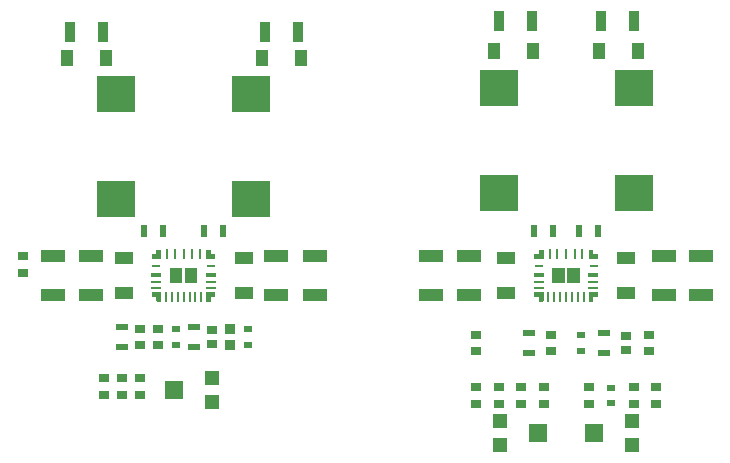
<source format=gbr>
%TF.GenerationSoftware,Altium Limited,Altium Designer,24.1.2 (44)*%
G04 Layer_Color=8421504*
%FSLAX45Y45*%
%MOMM*%
%TF.SameCoordinates,52D7BD39-7FF0-4AB0-A2C0-E3239692A872*%
%TF.FilePolarity,Positive*%
%TF.FileFunction,Paste,Top*%
%TF.Part,Single*%
G01*
G75*
%TA.AperFunction,SMDPad,CuDef*%
%ADD10R,0.96520X0.66040*%
%ADD11R,1.20000X1.20000*%
%ADD12R,1.50000X1.60000*%
G04:AMPARAMS|DCode=13|XSize=0.8mm|YSize=0.25mm|CornerRadius=0.05mm|HoleSize=0mm|Usage=FLASHONLY|Rotation=270.000|XOffset=0mm|YOffset=0mm|HoleType=Round|Shape=RoundedRectangle|*
%AMROUNDEDRECTD13*
21,1,0.80000,0.15000,0,0,270.0*
21,1,0.70000,0.25000,0,0,270.0*
1,1,0.10000,-0.07500,-0.35000*
1,1,0.10000,-0.07500,0.35000*
1,1,0.10000,0.07500,0.35000*
1,1,0.10000,0.07500,-0.35000*
%
%ADD13ROUNDEDRECTD13*%
%ADD14R,1.10000X1.35000*%
%ADD15R,0.95000X1.70000*%
%ADD16R,1.00620X0.55620*%
%ADD17R,3.25100X3.12400*%
%ADD18R,1.60000X1.00000*%
%ADD19R,0.95000X0.85000*%
%ADD20R,0.80000X0.60000*%
G04:AMPARAMS|DCode=22|XSize=0.4mm|YSize=0.8mm|CornerRadius=0.05mm|HoleSize=0mm|Usage=FLASHONLY|Rotation=270.000|XOffset=0mm|YOffset=0mm|HoleType=Round|Shape=RoundedRectangle|*
%AMROUNDEDRECTD22*
21,1,0.40000,0.70000,0,0,270.0*
21,1,0.30000,0.80000,0,0,270.0*
1,1,0.10000,-0.35000,-0.15000*
1,1,0.10000,-0.35000,0.15000*
1,1,0.10000,0.35000,0.15000*
1,1,0.10000,0.35000,-0.15000*
%
%ADD22ROUNDEDRECTD22*%
G04:AMPARAMS|DCode=23|XSize=0.25mm|YSize=0.8mm|CornerRadius=0.05mm|HoleSize=0mm|Usage=FLASHONLY|Rotation=270.000|XOffset=0mm|YOffset=0mm|HoleType=Round|Shape=RoundedRectangle|*
%AMROUNDEDRECTD23*
21,1,0.25000,0.70000,0,0,270.0*
21,1,0.15000,0.80000,0,0,270.0*
1,1,0.10000,-0.35000,-0.07500*
1,1,0.10000,-0.35000,0.07500*
1,1,0.10000,0.35000,0.07500*
1,1,0.10000,0.35000,-0.07500*
%
%ADD23ROUNDEDRECTD23*%
%ADD24R,2.05000X1.10000*%
%ADD25R,0.85000X0.70000*%
%ADD26C,0.45000*%
G04:AMPARAMS|DCode=27|XSize=0.25mm|YSize=0.75mm|CornerRadius=0.05mm|HoleSize=0mm|Usage=FLASHONLY|Rotation=270.000|XOffset=0mm|YOffset=0mm|HoleType=Round|Shape=RoundedRectangle|*
%AMROUNDEDRECTD27*
21,1,0.25000,0.65000,0,0,270.0*
21,1,0.15000,0.75000,0,0,270.0*
1,1,0.10000,-0.32500,-0.07500*
1,1,0.10000,-0.32500,0.07500*
1,1,0.10000,0.32500,0.07500*
1,1,0.10000,0.32500,-0.07500*
%
%ADD27ROUNDEDRECTD27*%
%ADD28R,0.55620X1.00620*%
G36*
X14639500Y7649500D02*
X14640494D01*
X14642332Y7648739D01*
X14643739Y7647332D01*
X14644501Y7645494D01*
Y7644500D01*
X14644501Y7644500D01*
Y7619500D01*
X14644691Y7617549D01*
X14646185Y7613944D01*
X14648944Y7611185D01*
X14652550Y7609692D01*
X14654500Y7609500D01*
X14679500Y7609500D01*
X14680495D01*
X14682332Y7608738D01*
X14683739Y7607332D01*
X14684500Y7605494D01*
Y7604500D01*
X14684500D01*
X14684500Y7574500D01*
Y7573505D01*
X14683739Y7571668D01*
X14682332Y7570261D01*
X14680495Y7569500D01*
X14679500D01*
X14609500Y7569500D01*
X14608505Y7569500D01*
X14606667Y7570261D01*
X14605261Y7571667D01*
X14604500Y7573505D01*
X14604500Y7574500D01*
X14604500Y7574500D01*
X14604500Y7644500D01*
X14604500Y7645494D01*
X14605261Y7647332D01*
X14606668Y7648739D01*
X14608505Y7649500D01*
X14609500Y7649500D01*
X14609500Y7649500D01*
X14639500Y7649500D01*
D02*
G37*
G36*
X11401000D02*
X11401994D01*
X11403832Y7648739D01*
X11405239Y7647332D01*
X11406000Y7645494D01*
Y7644500D01*
X11406000Y7644500D01*
Y7619500D01*
X11406192Y7617549D01*
X11407685Y7613944D01*
X11410444Y7611185D01*
X11414049Y7609692D01*
X11416000Y7609500D01*
X11441000Y7609500D01*
X11441994D01*
X11443832Y7608738D01*
X11445238Y7607332D01*
X11446000Y7605494D01*
Y7604500D01*
X11446000D01*
X11446000Y7574500D01*
Y7573505D01*
X11445239Y7571668D01*
X11443832Y7570261D01*
X11441995Y7569500D01*
X11441000D01*
X11371000Y7569500D01*
X11370005Y7569500D01*
X11368167Y7570261D01*
X11366761Y7571667D01*
X11366000Y7573505D01*
X11366000Y7574500D01*
X11366000Y7574500D01*
X11366000Y7644500D01*
X11366000Y7645494D01*
X11366761Y7647332D01*
X11368168Y7648739D01*
X11370005Y7649500D01*
X11371000Y7649500D01*
X11371000Y7649500D01*
X11401000Y7649500D01*
D02*
G37*
G36*
X14189500Y7649500D02*
X14219501D01*
Y7649500D01*
X14220494Y7649500D01*
X14222331Y7648739D01*
X14223740Y7647332D01*
X14224500Y7645494D01*
X14224500Y7644500D01*
X14224500Y7574500D01*
X14224500Y7574500D01*
X14224500Y7573505D01*
X14223740Y7571667D01*
X14222331Y7570261D01*
X14220496Y7569500D01*
X14219501Y7569500D01*
X14149500Y7569500D01*
X14148505D01*
X14146667Y7570261D01*
X14145261Y7571668D01*
X14144501Y7573505D01*
Y7574500D01*
Y7604500D01*
Y7605494D01*
X14145261Y7607332D01*
X14146667Y7608739D01*
X14148505Y7609500D01*
X14149500D01*
X14174500Y7609500D01*
X14174500D01*
X14176451Y7609692D01*
X14180057Y7611185D01*
X14182816Y7613944D01*
X14184308Y7617549D01*
X14184500Y7619500D01*
X14184500Y7644500D01*
X14184500Y7645494D01*
X14185262Y7647332D01*
X14186668Y7648739D01*
X14188506Y7649500D01*
X14189500Y7649500D01*
D02*
G37*
G36*
X10951000D02*
X10981000D01*
Y7649500D01*
X10981994Y7649500D01*
X10983832Y7648739D01*
X10985239Y7647332D01*
X10986000Y7645494D01*
X10986000Y7644500D01*
X10986000Y7574500D01*
X10986000Y7574500D01*
X10986000Y7573505D01*
X10985239Y7571667D01*
X10983832Y7570261D01*
X10981995Y7569500D01*
X10981000Y7569500D01*
X10911000Y7569500D01*
X10910005D01*
X10908168Y7570261D01*
X10906761Y7571668D01*
X10906000Y7573505D01*
Y7574500D01*
Y7604500D01*
Y7605494D01*
X10906761Y7607332D01*
X10908168Y7608739D01*
X10910005Y7609500D01*
X10911000D01*
X10936000Y7609500D01*
X10936000D01*
X10937951Y7609692D01*
X10941556Y7611185D01*
X10944315Y7613944D01*
X10945808Y7617549D01*
X10946000Y7619500D01*
X10946000Y7644500D01*
X10946000Y7645494D01*
X10946761Y7647332D01*
X10948168Y7648739D01*
X10950005Y7649500D01*
X10951000Y7649500D01*
D02*
G37*
G36*
X14525500Y7494500D02*
X14526494D01*
X14528333Y7493739D01*
X14529739Y7492332D01*
X14530499Y7490494D01*
Y7489500D01*
Y7369500D01*
Y7368505D01*
X14529739Y7366668D01*
X14528333Y7365261D01*
X14526494Y7364500D01*
X14525500D01*
Y7364500D01*
X14429500Y7364500D01*
X14428505D01*
X14426668Y7365261D01*
X14425261Y7366668D01*
X14424500Y7368505D01*
Y7369500D01*
Y7489500D01*
Y7490494D01*
X14425261Y7492332D01*
X14426668Y7493739D01*
X14428505Y7494500D01*
X14429500D01*
Y7494500D01*
X14525500Y7494500D01*
D02*
G37*
G36*
X14399500D02*
X14400494D01*
X14402332Y7493739D01*
X14403738Y7492332D01*
X14404500Y7490494D01*
Y7489500D01*
Y7369500D01*
Y7368505D01*
X14403738Y7366668D01*
X14402332Y7365261D01*
X14400494Y7364500D01*
X14399500D01*
Y7364500D01*
X14303500Y7364500D01*
X14302505D01*
X14300668Y7365261D01*
X14299261Y7366668D01*
X14298500Y7368505D01*
Y7369500D01*
Y7489500D01*
Y7490494D01*
X14299261Y7492332D01*
X14300668Y7493739D01*
X14302505Y7494500D01*
X14303500D01*
Y7494500D01*
X14399500Y7494500D01*
D02*
G37*
G36*
X11287000D02*
X11287994D01*
X11289832Y7493739D01*
X11291239Y7492332D01*
X11292000Y7490494D01*
Y7489500D01*
Y7369500D01*
Y7368505D01*
X11291239Y7366668D01*
X11289832Y7365261D01*
X11287994Y7364500D01*
X11287000D01*
Y7364500D01*
X11191000Y7364500D01*
X11190005D01*
X11188168Y7365261D01*
X11186761Y7366668D01*
X11186000Y7368505D01*
Y7369500D01*
Y7489500D01*
Y7490494D01*
X11186761Y7492332D01*
X11188168Y7493739D01*
X11190005Y7494500D01*
X11191000D01*
Y7494500D01*
X11287000Y7494500D01*
D02*
G37*
G36*
X11161000D02*
X11161994D01*
X11163832Y7493739D01*
X11165239Y7492332D01*
X11166000Y7490494D01*
Y7489500D01*
Y7369500D01*
Y7368505D01*
X11165239Y7366668D01*
X11163832Y7365261D01*
X11161994Y7364500D01*
X11161000D01*
Y7364500D01*
X11065000Y7364500D01*
X11064005D01*
X11062168Y7365261D01*
X11060761Y7366668D01*
X11060000Y7368505D01*
Y7369500D01*
Y7489500D01*
Y7490494D01*
X11060761Y7492332D01*
X11062168Y7493739D01*
X11064005Y7494500D01*
X11065000D01*
Y7494500D01*
X11161000Y7494500D01*
D02*
G37*
G36*
X14679500Y7289500D02*
X14680495D01*
X14682332Y7288739D01*
X14683739Y7287332D01*
X14684500Y7285494D01*
Y7284500D01*
X14684500Y7254500D01*
X14684500Y7254500D01*
Y7253505D01*
X14683739Y7251668D01*
X14682332Y7250261D01*
X14680495Y7249500D01*
X14654500D01*
X14654500Y7249500D01*
X14652550Y7249308D01*
X14648944Y7247815D01*
X14646185Y7245056D01*
X14644691Y7241451D01*
X14644501Y7239500D01*
X14644501Y7214500D01*
X14644501D01*
X14644501Y7213505D01*
X14643739Y7211667D01*
X14642332Y7210261D01*
X14640494Y7209500D01*
X14639500Y7209500D01*
X14609500Y7209500D01*
X14609500D01*
X14608505Y7209500D01*
X14606668Y7210261D01*
X14605261Y7211668D01*
X14604500Y7213505D01*
X14604500Y7214500D01*
X14604500Y7284500D01*
X14604500Y7284500D01*
X14604500Y7285494D01*
X14605261Y7287332D01*
X14606667Y7288739D01*
X14608505Y7289500D01*
X14609500Y7289500D01*
X14679500Y7289500D01*
Y7289500D01*
D02*
G37*
G36*
X11441000D02*
X11441995D01*
X11443832Y7288739D01*
X11445239Y7287332D01*
X11446000Y7285494D01*
Y7284500D01*
X11446000Y7254500D01*
X11446000Y7254500D01*
Y7253505D01*
X11445238Y7251668D01*
X11443832Y7250261D01*
X11441994Y7249500D01*
X11416000D01*
X11416000Y7249500D01*
X11414049Y7249308D01*
X11410444Y7247815D01*
X11407685Y7245056D01*
X11406192Y7241451D01*
X11406000Y7239500D01*
X11406000Y7214500D01*
X11406000D01*
X11406000Y7213505D01*
X11405239Y7211667D01*
X11403832Y7210261D01*
X11401994Y7209500D01*
X11401000Y7209500D01*
X11371000Y7209500D01*
X11371000D01*
X11370005Y7209500D01*
X11368168Y7210261D01*
X11366761Y7211668D01*
X11366000Y7213505D01*
X11366000Y7214500D01*
X11366000Y7284500D01*
X11366000Y7284500D01*
X11366000Y7285494D01*
X11366761Y7287332D01*
X11368167Y7288739D01*
X11370005Y7289500D01*
X11371000Y7289500D01*
X11441000Y7289500D01*
Y7289500D01*
D02*
G37*
G36*
X14219501Y7289500D02*
X14220496Y7289500D01*
X14222331Y7288739D01*
X14223740Y7287332D01*
X14224500Y7285494D01*
X14224500Y7284500D01*
X14224500Y7284500D01*
X14224500Y7214500D01*
X14224500Y7213505D01*
X14223740Y7211668D01*
X14222331Y7210261D01*
X14220494Y7209500D01*
X14219501Y7209500D01*
X14189500Y7209500D01*
X14188506Y7209500D01*
X14186668Y7210261D01*
X14185262Y7211667D01*
X14184500Y7213505D01*
X14184500Y7214500D01*
Y7214500D01*
X14184500Y7239500D01*
X14184308Y7241451D01*
X14182816Y7245056D01*
X14180057Y7247815D01*
X14176451Y7249308D01*
X14174500Y7249500D01*
Y7249500D01*
X14148505D01*
X14146667Y7250261D01*
X14145261Y7251668D01*
X14144501Y7253505D01*
Y7254500D01*
Y7254500D01*
Y7284500D01*
Y7285494D01*
X14145261Y7287332D01*
X14146667Y7288739D01*
X14148505Y7289500D01*
X14149500D01*
X14149500Y7289500D01*
X14219501Y7289500D01*
D02*
G37*
G36*
X10981000D02*
X10981995Y7289500D01*
X10983832Y7288739D01*
X10985239Y7287332D01*
X10986000Y7285494D01*
X10986000Y7284500D01*
X10986000Y7284500D01*
X10986000Y7214500D01*
X10986000Y7213505D01*
X10985239Y7211668D01*
X10983832Y7210261D01*
X10981994Y7209500D01*
X10981000Y7209500D01*
X10951000Y7209500D01*
X10950005Y7209500D01*
X10948168Y7210261D01*
X10946761Y7211667D01*
X10946000Y7213505D01*
X10946000Y7214500D01*
Y7214500D01*
X10946000Y7239500D01*
X10945808Y7241451D01*
X10944315Y7245056D01*
X10941556Y7247815D01*
X10937951Y7249308D01*
X10936000Y7249500D01*
Y7249500D01*
X10910005D01*
X10908168Y7250261D01*
X10906761Y7251668D01*
X10906000Y7253505D01*
Y7254500D01*
Y7254500D01*
Y7284500D01*
Y7285494D01*
X10906761Y7287332D01*
X10908168Y7288739D01*
X10910005Y7289500D01*
X10911000D01*
X10911000Y7289500D01*
X10981000Y7289500D01*
D02*
G37*
D10*
X14033501Y6343650D02*
D03*
Y6483350D02*
D03*
X14224001D02*
D03*
Y6343650D02*
D03*
X13842999Y6483350D02*
D03*
Y6343650D02*
D03*
X13652499D02*
D03*
Y6483350D02*
D03*
X14287500Y6927850D02*
D03*
X14605000Y6343650D02*
D03*
X10960100Y6838950D02*
D03*
X10807700Y6419850D02*
D03*
X14287500Y6788150D02*
D03*
X15113000Y6927850D02*
D03*
Y6788150D02*
D03*
X13652499Y6927850D02*
D03*
Y6788150D02*
D03*
X15176500Y6343650D02*
D03*
Y6483350D02*
D03*
X14986000D02*
D03*
Y6343650D02*
D03*
X14605000Y6483350D02*
D03*
X10960100Y6978650D02*
D03*
X9817100Y7454800D02*
D03*
Y7594500D02*
D03*
X10807700Y6838950D02*
D03*
Y6978650D02*
D03*
Y6559550D02*
D03*
X10655300Y6419850D02*
D03*
Y6559550D02*
D03*
X10502900Y6419850D02*
D03*
Y6559550D02*
D03*
D11*
X13853500Y6196000D02*
D03*
Y5996000D02*
D03*
X11417300Y6559550D02*
D03*
X14975500Y6196000D02*
D03*
Y5996000D02*
D03*
X11417300Y6359550D02*
D03*
D12*
X14178500Y6096000D02*
D03*
X14650500D02*
D03*
X11092300Y6459550D02*
D03*
D13*
X14364500Y7249500D02*
D03*
X14314500D02*
D03*
X14264500D02*
D03*
X11176000D02*
D03*
Y7609500D02*
D03*
X14414500D02*
D03*
Y7249500D02*
D03*
X14552000Y7609500D02*
D03*
X14489500D02*
D03*
X14339500D02*
D03*
X14277000D02*
D03*
X14464500Y7249500D02*
D03*
X14514500D02*
D03*
X14564500D02*
D03*
X11326000D02*
D03*
X11276000D02*
D03*
X11226000D02*
D03*
X11126000D02*
D03*
X11076000D02*
D03*
X11026000D02*
D03*
X11038500Y7609500D02*
D03*
X11101000D02*
D03*
X11251000D02*
D03*
X11313500D02*
D03*
D14*
X13805000Y9334500D02*
D03*
X10185500Y9271000D02*
D03*
X12166500D02*
D03*
X14135001Y9334500D02*
D03*
X14694000D02*
D03*
X15024001D02*
D03*
X10515500Y9271000D02*
D03*
X11836500D02*
D03*
D15*
X13842999Y9588500D02*
D03*
X10210500Y9491225D02*
D03*
X12141500Y9491226D02*
D03*
X14123000Y9588500D02*
D03*
X14706000D02*
D03*
X14986000D02*
D03*
X10490500Y9491225D02*
D03*
X11861500Y9491226D02*
D03*
D16*
X14097000Y6940500D02*
D03*
X10655300Y6826300D02*
D03*
X11264900D02*
D03*
X14097000Y6775500D02*
D03*
X14732001D02*
D03*
Y6940500D02*
D03*
X10655300Y6991300D02*
D03*
X11264900D02*
D03*
D17*
X13842999Y9019550D02*
D03*
Y8125450D02*
D03*
X14986000Y9019550D02*
D03*
Y8125450D02*
D03*
X10604500Y8073671D02*
D03*
Y8967771D02*
D03*
X11747500Y8073671D02*
D03*
Y8967771D02*
D03*
D18*
X11684000Y7279500D02*
D03*
X10668000D02*
D03*
X14922501D02*
D03*
X13906500D02*
D03*
Y7579500D02*
D03*
X14922501D02*
D03*
X11684000D02*
D03*
X10668000D02*
D03*
D19*
X11570025Y6841300D02*
D03*
Y6976300D02*
D03*
D20*
X11112500Y6843800D02*
D03*
X11722100D02*
D03*
X14541499Y6793000D02*
D03*
X14795500Y6348500D02*
D03*
X14541499Y6923000D02*
D03*
X14795500Y6478500D02*
D03*
X11112500Y6973800D02*
D03*
X11722100D02*
D03*
D22*
X11406000Y7434500D02*
D03*
X10946000D02*
D03*
X14184500D02*
D03*
X14644501D02*
D03*
D23*
X10946000Y7377000D02*
D03*
X14184500D02*
D03*
Y7327000D02*
D03*
X14644501D02*
D03*
Y7377000D02*
D03*
X11406000D02*
D03*
Y7327000D02*
D03*
X10946000D02*
D03*
D24*
X10067549Y7264500D02*
D03*
X10390275D02*
D03*
X12284451D02*
D03*
X11961725D02*
D03*
X13589000D02*
D03*
X13271500D02*
D03*
X15239999D02*
D03*
X15557500D02*
D03*
Y7594500D02*
D03*
X15239999D02*
D03*
X13271500D02*
D03*
X13589000D02*
D03*
X10067549D02*
D03*
X10390275D02*
D03*
X12284451D02*
D03*
X11961725D02*
D03*
D25*
X14922501Y6795500D02*
D03*
Y6920500D02*
D03*
X11417300Y6851300D02*
D03*
Y6966300D02*
D03*
D26*
X14629500Y7594500D02*
D03*
X14199500Y7264500D02*
D03*
X14629500D02*
D03*
X14199500Y7594500D02*
D03*
X10961000D02*
D03*
X11391000Y7264500D02*
D03*
X10961000D02*
D03*
X11391000Y7594500D02*
D03*
D27*
X14182001Y7512000D02*
D03*
X14647000D02*
D03*
X11408500D02*
D03*
X10943500D02*
D03*
D28*
X14306500Y7810500D02*
D03*
X14141499D02*
D03*
X14522501D02*
D03*
X14687500D02*
D03*
X10839500Y7809746D02*
D03*
X11004500D02*
D03*
X11512500Y7809745D02*
D03*
X11347500D02*
D03*
%TF.MD5,a9046fb1b8d287678c064f6d53a4e4f9*%
M02*

</source>
